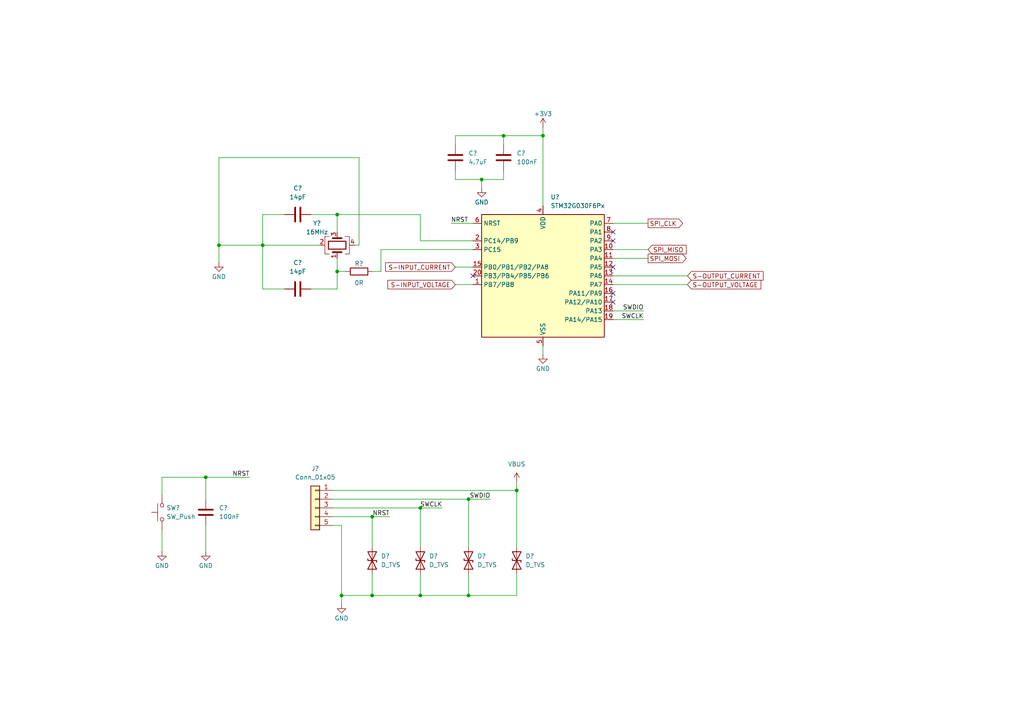
<source format=kicad_sch>
(kicad_sch (version 20231120) (generator "eeschema") (generator_version "8.0")
  (paper "A4")
  (lib_symbols
    (symbol "Connector_Generic:Conn_01x05" (pin_names (offset 1.016) hide)
      (property "Reference" "J" (at 0 7.62 0))
      (property "Value" "Conn_01x05" (at 0 -7.62 0))
      (symbol "Conn_01x05_1_1"
        (rectangle (start -1.27 -4.953) (end 0 -5.207) (stroke (width 0.1524)))
        (rectangle (start -1.27 -2.413) (end 0 -2.667) (stroke (width 0.1524)))
        (rectangle (start -1.27 0.127) (end 0 -0.127) (stroke (width 0.1524)))
        (rectangle (start -1.27 2.667) (end 0 2.413) (stroke (width 0.1524)))
        (rectangle (start -1.27 5.207) (end 0 4.953) (stroke (width 0.1524)))
        (rectangle (start -1.27 6.35) (end 1.27 -6.35) (stroke (width 0.254)) (fill (type background)))
        (pin passive line (at -5.08 5.08 0) (length 3.81) (name "Pin_1") (number "1"))
        (pin passive line (at -5.08 2.54 0) (length 3.81) (name "Pin_2") (number "2"))
        (pin passive line (at -5.08 0 0) (length 3.81) (name "Pin_3") (number "3"))
        (pin passive line (at -5.08 -2.54 0) (length 3.81) (name "Pin_4") (number "4"))
        (pin passive line (at -5.08 -5.08 0) (length 3.81) (name "Pin_5") (number "5"))
      )
    )
    (symbol "Device:C" (pin_numbers hide) (pin_names (offset 0.254))
      (property "Reference" "C" (at 0.635 2.54 0))
      (property "Value" "C" (at 0.635 -2.54 0))
      (symbol "C_0_1"
        (polyline (pts (xy -2.032 -0.762) (xy 2.032 -0.762)) (stroke (width 0.508)))
        (polyline (pts (xy -2.032 0.762) (xy 2.032 0.762)) (stroke (width 0.508)))
      )
      (symbol "C_1_1"
        (pin passive line (at 0 3.81 270) (length 2.794) (name "~") (number "1"))
        (pin passive line (at 0 -3.81 90) (length 2.794) (name "~") (number "2"))
      )
    )
    (symbol "Device:Crystal_GND24" (pin_names (offset 1.016) hide)
      (property "Reference" "Y" (at 3.175 5.08 0))
      (property "Value" "Crystal_GND24" (at 3.175 3.175 0))
      (symbol "Crystal_GND24_0_1"
        (rectangle (start -1.143 2.54) (end 1.143 -2.54) (stroke (width 0.3048)))
        (polyline (pts (xy -2.54 0) (xy -2.032 0)))
        (polyline (pts (xy -2.032 -1.27) (xy -2.032 1.27)) (stroke (width 0.508)))
        (polyline (pts (xy 0 -3.81) (xy 0 -3.556)))
        (polyline (pts (xy 0 3.556) (xy 0 3.81)))
        (polyline (pts (xy 2.032 -1.27) (xy 2.032 1.27)) (stroke (width 0.508)))
        (polyline (pts (xy 2.032 0) (xy 2.54 0)))
        (polyline (pts (xy -2.54 -2.286) (xy -2.54 -3.556) (xy 2.54 -3.556) (xy 2.54 -2.286)))
        (polyline (pts (xy -2.54 2.286) (xy -2.54 3.556) (xy 2.54 3.556) (xy 2.54 2.286)))
      )
      (symbol "Crystal_GND24_1_1"
        (pin passive line (at -3.81 0 0) (length 1.27) (name "1") (number "1"))
        (pin passive line (at 0 5.08 270) (length 1.27) (name "2") (number "2"))
        (pin passive line (at 3.81 0 180) (length 1.27) (name "3") (number "3"))
        (pin passive line (at 0 -5.08 90) (length 1.27) (name "4") (number "4"))
      )
    )
    (symbol "Device:D_TVS" (pin_numbers hide) (pin_names (offset 1.016) hide)
      (property "Reference" "D" (at 0 2.54 0))
      (property "Value" "D_TVS" (at 0 -2.54 0))
      (symbol "D_TVS_0_1"
        (polyline (pts (xy 1.27 0) (xy -1.27 0)))
        (polyline (pts (xy 0.508 1.27) (xy 0 1.27) (xy 0 -1.27) (xy -0.508 -1.27)) (stroke (width 0.254)))
        (polyline (pts (xy -2.54 1.27) (xy -2.54 -1.27) (xy 2.54 1.27) (xy 2.54 -1.27) (xy -2.54 1.27)) (stroke (width 0.254)))
      )
      (symbol "D_TVS_1_1"
        (pin passive line (at -3.81 0 0) (length 2.54) (name "A1") (number "1"))
        (pin passive line (at 3.81 0 180) (length 2.54) (name "A2") (number "2"))
      )
    )
    (symbol "Device:R" (pin_numbers hide) (pin_names (offset 0))
      (property "Reference" "R" (at 2.032 0 90))
      (property "Value" "R" (at 0 0 90))
      (symbol "R_0_1"
        (rectangle (start -1.016 -2.54) (end 1.016 2.54) (stroke (width 0.254)))
      )
      (symbol "R_1_1"
        (pin passive line (at 0 3.81 270) (length 1.27) (name "~") (number "1"))
        (pin passive line (at 0 -3.81 90) (length 1.27) (name "~") (number "2"))
      )
    )
    (symbol "MCU_ST_STM32G0:STM32G030F6Px"
      (property "Reference" "U" (at -17.78 19.05 0))
      (property "Value" "STM32G030F6Px" (at 2.54 19.05 0))
      (symbol "STM32G030F6Px_0_1"
        (rectangle (start -17.78 -17.78) (end 17.78 17.78) (stroke (width 0.254)) (fill (type background)))
      )
      (symbol "STM32G030F6Px_1_1"
        (pin bidirectional line (at -20.32 -2.54 0) (length 2.54) (name "PB7/PB8") (number "1"))
        (pin bidirectional line (at 20.32 7.62 180) (length 2.54) (name "PA3") (number "10"))
        (pin bidirectional line (at 20.32 5.08 180) (length 2.54) (name "PA4") (number "11"))
        (pin bidirectional line (at 20.32 2.54 180) (length 2.54) (name "PA5") (number "12"))
        (pin bidirectional line (at 20.32 0 180) (length 2.54) (name "PA6") (number "13"))
        (pin bidirectional line (at 20.32 -2.54 180) (length 2.54) (name "PA7") (number "14"))
        (pin bidirectional line (at -20.32 2.54 0) (length 2.54) (name "PB0/PB1/PB2/PA8") (number "15"))
        (pin bidirectional line (at 20.32 -5.08 180) (length 2.54) (name "PA11/PA9") (number "16"))
        (pin bidirectional line (at 20.32 -7.62 180) (length 2.54) (name "PA12/PA10") (number "17"))
        (pin bidirectional line (at 20.32 -10.16 180) (length 2.54) (name "PA13") (number "18"))
        (pin bidirectional line (at 20.32 -12.7 180) (length 2.54) (name "PA14/PA15") (number "19"))
        (pin bidirectional line (at -20.32 10.16 0) (length 2.54) (name "PC14/PB9") (number "2"))
        (pin bidirectional line (at -20.32 0 0) (length 2.54) (name "PB3/PB4/PB5/PB6") (number "20"))
        (pin bidirectional line (at -20.32 7.62 0) (length 2.54) (name "PC15") (number "3"))
        (pin power_in line (at 0 20.32 270) (length 2.54) (name "VDD") (number "4"))
        (pin power_in line (at 0 -20.32 90) (length 2.54) (name "VSS") (number "5"))
        (pin input line (at -20.32 15.24 0) (length 2.54) (name "NRST") (number "6"))
        (pin bidirectional line (at 20.32 15.24 180) (length 2.54) (name "PA0") (number "7"))
        (pin bidirectional line (at 20.32 12.7 180) (length 2.54) (name "PA1") (number "8"))
        (pin bidirectional line (at 20.32 10.16 180) (length 2.54) (name "PA2") (number "9"))
      )
    )
    (symbol "Switch:SW_Push" (pin_numbers hide) (pin_names (offset 1.016) hide)
      (property "Reference" "SW" (at 1.27 2.54 0))
      (property "Value" "SW_Push" (at 0 -1.524 0))
      (symbol "SW_Push_0_1"
        (circle (center -2.032 0) (radius 0.508))
        (polyline (pts (xy 0 1.27) (xy 0 3.048)))
        (polyline (pts (xy 2.54 1.27) (xy -2.54 1.27)))
        (circle (center 2.032 0) (radius 0.508))
        (pin passive line (at -5.08 0 0) (length 2.54) (name "1") (number "1"))
        (pin passive line (at 5.08 0 180) (length 2.54) (name "2") (number "2"))
      )
    )
    (symbol "power:+3V3" (power) (pin_numbers hide) (pin_names (offset 0) hide)
      (property "Value" "+3V3" (at 0 3.556 0))
      (symbol "+3V3_0_1"
        (polyline (pts (xy -0.762 1.27) (xy 0 2.54)))
        (polyline (pts (xy 0 0) (xy 0 2.54)))
        (polyline (pts (xy 0 2.54) (xy 0.762 1.27)))
      )
      (symbol "+3V3_1_1"
        (pin power_in line (at 0 0 90) (length 0) (name "~") (number "1"))
      )
    )
    (symbol "power:GND" (power) (pin_numbers hide) (pin_names (offset 0) hide)
      (property "Value" "GND" (at 0 -3.81 0))
      (symbol "GND_0_1"
        (polyline (pts (xy 0 0) (xy 0 -1.27) (xy 1.27 -1.27) (xy 0 -2.54) (xy -1.27 -1.27) (xy 0 -1.27)))
      )
      (symbol "GND_1_1"
        (pin power_in line (at 0 0 270) (length 0) (name "~") (number "1"))
      )
    )
    (symbol "power:VBUS" (power) (pin_numbers hide) (pin_names (offset 0) hide)
      (property "Value" "VBUS" (at 0 3.556 0))
      (symbol "VBUS_0_1"
        (polyline (pts (xy -0.762 1.27) (xy 0 2.54)))
        (polyline (pts (xy 0 0) (xy 0 2.54)))
        (polyline (pts (xy 0 2.54) (xy 0.762 1.27)))
      )
      (symbol "VBUS_1_1"
        (pin power_in line (at 0 0 90) (length 0) (name "~") (number "1"))
      )
    )
  )
  (junction (at 149.86 142.24))
  (junction (at 97.79 78.74))
  (junction (at 139.7 52.07))
  (junction (at 97.79 62.23))
  (junction (at 63.5 71.12))
  (junction (at 157.48 39.37))
  (junction (at 135.89 172.72))
  (junction (at 76.2 71.12))
  (junction (at 107.95 172.72))
  (junction (at 107.95 149.86))
  (junction (at 99.06 172.72))
  (junction (at 135.89 144.78))
  (junction (at 121.92 147.32))
  (junction (at 59.69 138.43))
  (junction (at 146.05 39.37))
  (junction (at 121.92 172.72))
  (no_connect (at 177.8 85.09))
  (no_connect (at 177.8 87.63))
  (no_connect (at 137.16 80.01))
  (no_connect (at 177.8 77.47))
  (no_connect (at 177.8 69.85))
  (no_connect (at 177.8 67.31))
  (wire (pts (xy 132.08 82.55) (xy 137.16 82.55)))
  (wire (pts (xy 104.14 71.12) (xy 104.14 45.72)))
  (wire (pts (xy 130.81 64.77) (xy 137.16 64.77)))
  (wire (pts (xy 146.05 49.53) (xy 146.05 52.07)))
  (wire (pts (xy 157.48 39.37) (xy 157.48 59.69)))
  (wire (pts (xy 97.79 78.74) (xy 100.33 78.74)))
  (wire (pts (xy 76.2 71.12) (xy 63.5 71.12)))
  (wire (pts (xy 76.2 83.82) (xy 76.2 71.12)))
  (wire (pts (xy 107.95 166.37) (xy 107.95 172.72)))
  (wire (pts (xy 149.86 139.7) (xy 149.86 142.24)))
  (wire (pts (xy 97.79 74.93) (xy 97.79 78.74)))
  (wire (pts (xy 177.8 80.01) (xy 199.39 80.01)))
  (wire (pts (xy 82.55 62.23) (xy 76.2 62.23)))
  (wire (pts (xy 139.7 52.07) (xy 139.7 54.61)))
  (wire (pts (xy 107.95 172.72) (xy 121.92 172.72)))
  (wire (pts (xy 46.99 153.67) (xy 46.99 160.02)))
  (wire (pts (xy 177.8 64.77) (xy 187.96 64.77)))
  (wire (pts (xy 99.06 152.4) (xy 99.06 172.72)))
  (wire (pts (xy 146.05 39.37) (xy 157.48 39.37)))
  (wire (pts (xy 90.17 83.82) (xy 97.79 83.82)))
  (wire (pts (xy 157.48 100.33) (xy 157.48 102.87)))
  (wire (pts (xy 132.08 52.07) (xy 139.7 52.07)))
  (wire (pts (xy 104.14 45.72) (xy 63.5 45.72)))
  (wire (pts (xy 177.8 74.93) (xy 187.96 74.93)))
  (wire (pts (xy 46.99 138.43) (xy 46.99 143.51)))
  (wire (pts (xy 96.52 144.78) (xy 135.89 144.78)))
  (wire (pts (xy 59.69 138.43) (xy 46.99 138.43)))
  (wire (pts (xy 96.52 142.24) (xy 149.86 142.24)))
  (wire (pts (xy 121.92 166.37) (xy 121.92 172.72)))
  (wire (pts (xy 107.95 149.86) (xy 107.95 158.75)))
  (wire (pts (xy 76.2 62.23) (xy 76.2 71.12)))
  (wire (pts (xy 121.92 147.32) (xy 128.27 147.32)))
  (wire (pts (xy 121.92 172.72) (xy 135.89 172.72)))
  (wire (pts (xy 146.05 39.37) (xy 146.05 41.91)))
  (wire (pts (xy 177.8 82.55) (xy 199.39 82.55)))
  (wire (pts (xy 132.08 39.37) (xy 146.05 39.37)))
  (wire (pts (xy 92.71 71.12) (xy 76.2 71.12)))
  (wire (pts (xy 177.8 92.71) (xy 186.69 92.71)))
  (wire (pts (xy 132.08 49.53) (xy 132.08 52.07)))
  (wire (pts (xy 102.87 71.12) (xy 104.14 71.12)))
  (wire (pts (xy 90.17 62.23) (xy 97.79 62.23)))
  (wire (pts (xy 96.52 152.4) (xy 99.06 152.4)))
  (wire (pts (xy 121.92 147.32) (xy 121.92 158.75)))
  (wire (pts (xy 132.08 77.47) (xy 137.16 77.47)))
  (wire (pts (xy 137.16 69.85) (xy 121.92 69.85)))
  (wire (pts (xy 107.95 149.86) (xy 113.03 149.86)))
  (wire (pts (xy 63.5 71.12) (xy 63.5 76.2)))
  (wire (pts (xy 177.8 90.17) (xy 186.69 90.17)))
  (wire (pts (xy 149.86 142.24) (xy 149.86 158.75)))
  (wire (pts (xy 121.92 62.23) (xy 97.79 62.23)))
  (wire (pts (xy 146.05 52.07) (xy 139.7 52.07)))
  (wire (pts (xy 96.52 149.86) (xy 107.95 149.86)))
  (wire (pts (xy 63.5 45.72) (xy 63.5 71.12)))
  (wire (pts (xy 135.89 144.78) (xy 142.24 144.78)))
  (wire (pts (xy 72.39 138.43) (xy 59.69 138.43)))
  (wire (pts (xy 135.89 144.78) (xy 135.89 158.75)))
  (wire (pts (xy 177.8 72.39) (xy 187.96 72.39)))
  (wire (pts (xy 135.89 166.37) (xy 135.89 172.72)))
  (wire (pts (xy 157.48 36.83) (xy 157.48 39.37)))
  (wire (pts (xy 59.69 138.43) (xy 59.69 144.78)))
  (wire (pts (xy 121.92 69.85) (xy 121.92 62.23)))
  (wire (pts (xy 97.79 62.23) (xy 97.79 67.31)))
  (wire (pts (xy 110.49 72.39) (xy 110.49 78.74)))
  (wire (pts (xy 97.79 78.74) (xy 97.79 83.82)))
  (wire (pts (xy 82.55 83.82) (xy 76.2 83.82)))
  (wire (pts (xy 137.16 72.39) (xy 110.49 72.39)))
  (wire (pts (xy 59.69 152.4) (xy 59.69 160.02)))
  (wire (pts (xy 149.86 172.72) (xy 135.89 172.72)))
  (wire (pts (xy 132.08 41.91) (xy 132.08 39.37)))
  (wire (pts (xy 149.86 166.37) (xy 149.86 172.72)))
  (wire (pts (xy 107.95 78.74) (xy 110.49 78.74)))
  (wire (pts (xy 96.52 147.32) (xy 121.92 147.32)))
  (wire (pts (xy 99.06 172.72) (xy 99.06 175.26)))
  (wire (pts (xy 107.95 172.72) (xy 99.06 172.72)))
  (label "NRST" (at 130.81 64.77 0))
  (label "SWDIO" (at 186.69 90.17 180))
  (label "SWCLK" (at 128.27 147.32 180))
  (label "SWCLK" (at 186.69 92.71 180))
  (label "NRST" (at 72.39 138.43 180))
  (label "SWDIO" (at 142.24 144.78 180))
  (label "NRST" (at 113.03 149.86 180))
  (global_label "SPI_MOSI" (shape output) (at 187.96 74.93 0) (property "Intersheetrefs" "${INTERSHEET_REFS}" (effects (hide yes))))
  (global_label "SPI_CLK" (shape output) (at 187.96 64.77 0) (property "Intersheetrefs" "${INTERSHEET_REFS}" (effects (hide yes))))
  (global_label "S-OUTPUT_VOLTAGE" (shape input) (at 199.39 82.55 0) (property "Intersheetrefs" "${INTERSHEET_REFS}" (effects (hide yes))))
  (global_label "S-OUTPUT_CURRENT" (shape input) (at 199.39 80.01 0) (property "Intersheetrefs" "${INTERSHEET_REFS}" (effects (hide yes))))
  (global_label "S-INPUT_VOLTAGE" (shape input) (at 132.08 82.55 180) (property "Intersheetrefs" "${INTERSHEET_REFS}" (effects (hide yes))))
  (global_label "SPI_MISO" (shape input) (at 187.96 72.39 0) (property "Intersheetrefs" "${INTERSHEET_REFS}" (effects (hide yes))))
  (global_label "S-INPUT_CURRENT" (shape input) (at 132.08 77.47 180) (property "Intersheetrefs" "${INTERSHEET_REFS}" (effects (hide yes))))
  (symbol (lib_id "power:GND") (at 46.99 160.02 0) (unit 1)
    (property "Reference" "#PWR05" (effects (hide yes)))
    (property "Value" "GND" (at 46.99 164.084 0))
    (property "Description" "Power symbol creates a global label with name \"GND\" , ground" (effects (hide yes)))
  )
  (symbol (lib_id "Switch:SW_Push") (at 46.99 148.59 90) (unit 1)
    (property "Reference" "SW?" (at 48.26 147.3199 90) (effects (justify right)))
    (property "Value" "SW_Push" (at 48.26 149.8599 90) (effects (justify right)))
    (property "Description" "Push button switch, generic, two pins" (effects (hide yes)))
  )
  (symbol (lib_id "power:GND") (at 139.7 54.61 0) (unit 1)
    (property "Reference" "#PWR03" (effects (hide yes)))
    (property "Value" "GND" (at 139.7 58.674 0))
    (property "Description" "Power symbol creates a global label with name \"GND\" , ground" (effects (hide yes)))
  )
  (symbol (lib_id "Device:C") (at 132.08 45.72 0) (unit 1)
    (property "Reference" "C?" (at 135.89 44.4499 0) (effects (justify left)))
    (property "Value" "4.7uF" (at 135.89 46.9899 0) (effects (justify left)))
    (property "Description" "Unpolarized capacitor" (effects (hide yes)))
  )
  (symbol (lib_id "Device:D_TVS") (at 149.86 162.56 90) (unit 1)
    (property "Reference" "D?" (at 152.4 161.2899 90) (effects (justify right)))
    (property "Value" "D_TVS" (at 152.4 163.8299 90) (effects (justify right)))
    (property "Description" "Bidirectional transient-voltage-suppression diode" (effects (hide yes)))
  )
  (symbol (lib_id "Device:C") (at 86.36 62.23 90) (unit 1)
    (property "Reference" "C?" (at 86.36 54.61 90))
    (property "Value" "14pF" (at 86.36 57.15 90))
    (property "Description" "Unpolarized capacitor" (effects (hide yes)))
  )
  (symbol (lib_id "Device:Crystal_GND24") (at 97.79 71.12 90) (unit 1)
    (property "Reference" "Y?" (at 91.948 64.77 90))
    (property "Value" "16MHz" (at 91.948 67.31 90))
    (property "Description" "Four pin crystal, GND on pins 2 and 4" (effects (hide yes)))
  )
  (symbol (lib_id "power:GND") (at 59.69 160.02 0) (unit 1)
    (property "Reference" "#PWR06" (effects (hide yes)))
    (property "Value" "GND" (at 59.69 164.084 0))
    (property "Description" "Power symbol creates a global label with name \"GND\" , ground" (effects (hide yes)))
  )
  (symbol (lib_id "power:GND") (at 99.06 175.26 0) (unit 1)
    (property "Reference" "#PWR07" (effects (hide yes)))
    (property "Value" "GND" (at 99.06 179.324 0))
    (property "Description" "Power symbol creates a global label with name \"GND\" , ground" (effects (hide yes)))
  )
  (symbol (lib_id "power:+3V3") (at 157.48 36.83 0) (unit 1)
    (property "Reference" "#PWR02" (effects (hide yes)))
    (property "Value" "+3V3" (at 157.48 33.02 0))
    (property "Description" "Power symbol creates a global label with name \"+3V3\"" (effects (hide yes)))
  )
  (symbol (lib_id "power:VBUS") (at 149.86 139.7 0) (unit 1)
    (property "Reference" "#PWR08" (effects (hide yes)))
    (property "Value" "VBUS" (at 149.86 134.62 0))
    (property "Description" "Power symbol creates a global label with name \"VBUS\"" (effects (hide yes)))
  )
  (symbol (lib_id "Device:D_TVS") (at 121.92 162.56 90) (unit 1)
    (property "Reference" "D?" (at 124.46 161.2899 90) (effects (justify right)))
    (property "Value" "D_TVS" (at 124.46 163.8299 90) (effects (justify right)))
    (property "Description" "Bidirectional transient-voltage-suppression diode" (effects (hide yes)))
  )
  (symbol (lib_id "power:GND") (at 157.48 102.87 0) (unit 1)
    (property "Reference" "#PWR01" (effects (hide yes)))
    (property "Value" "GND" (at 157.48 106.934 0))
    (property "Description" "Power symbol creates a global label with name \"GND\" , ground" (effects (hide yes)))
  )
  (symbol (lib_id "Device:C") (at 86.36 83.82 90) (unit 1)
    (property "Reference" "C?" (at 86.36 76.2 90))
    (property "Value" "14pF" (at 86.36 78.74 90))
    (property "Description" "Unpolarized capacitor" (effects (hide yes)))
  )
  (symbol (lib_id "power:GND") (at 63.5 76.2 0) (unit 1)
    (property "Reference" "#PWR04" (effects (hide yes)))
    (property "Value" "GND" (at 63.5 80.264 0))
    (property "Description" "Power symbol creates a global label with name \"GND\" , ground" (effects (hide yes)))
  )
  (symbol (lib_id "Connector_Generic:Conn_01x05") (at 91.44 147.32 0) (mirror y) (unit 1)
    (property "Reference" "J?" (at 91.44 135.89 0))
    (property "Value" "Conn_01x05" (at 91.44 138.43 0))
    (property "Description" "Generic connector, single row, 01x05, script generated (kicad-library-utils/schlib/autogen/connector/)" (effects (hide yes)))
  )
  (symbol (lib_id "Device:D_TVS") (at 135.89 162.56 90) (unit 1)
    (property "Reference" "D?" (at 138.43 161.2899 90) (effects (justify right)))
    (property "Value" "D_TVS" (at 138.43 163.8299 90) (effects (justify right)))
    (property "Description" "Bidirectional transient-voltage-suppression diode" (effects (hide yes)))
  )
  (symbol (lib_id "Device:R") (at 104.14 78.74 90) (unit 1)
    (property "Reference" "R?" (at 104.14 76.454 90))
    (property "Value" "0R" (at 104.14 82.042 90))
    (property "Description" "Resistor" (effects (hide yes)))
  )
  (symbol (lib_id "Device:D_TVS") (at 107.95 162.56 90) (unit 1)
    (property "Reference" "D?" (at 110.49 161.2899 90) (effects (justify right)))
    (property "Value" "D_TVS" (at 110.49 163.8299 90) (effects (justify right)))
    (property "Description" "Bidirectional transient-voltage-suppression diode" (effects (hide yes)))
  )
  (symbol (lib_id "Device:C") (at 146.05 45.72 0) (unit 1)
    (property "Reference" "C?" (at 149.86 44.4499 0) (effects (justify left)))
    (property "Value" "100nF" (at 149.86 46.9899 0) (effects (justify left)))
    (property "Description" "Unpolarized capacitor" (effects (hide yes)))
  )
  (symbol (lib_id "MCU_ST_STM32G0:STM32G030F6Px") (at 157.48 80.01 0) (unit 1)
    (property "Reference" "U?" (at 159.6741 57.15 0) (effects (justify left)))
    (property "Value" "STM32G030F6Px" (at 159.6741 59.69 0) (effects (justify left)))
    (property "Footprint" "Package_SO:TSSOP-20_4.4x6.5mm_P0.65mm" (effects (hide yes)))
    (property "Datasheet" "https://www.st.com/resource/en/datasheet/stm32g030f6.pdf" (effects (hide yes)))
    (property "Description" "STMicroelectronics Arm Cortex-M0+ MCU, 32KB flash, 8KB RAM, 64 MHz, 2.0-3.6V, 17 GPIO, TSSOP20" (effects (hide yes)))
  )
  (symbol (lib_id "Device:C") (at 59.69 148.59 0) (unit 1)
    (property "Reference" "C?" (at 63.5 147.3199 0) (effects (justify left)))
    (property "Value" "100nF" (at 63.5 149.8599 0) (effects (justify left)))
    (property "Description" "Unpolarized capacitor" (effects (hide yes)))
  )
)
</source>
